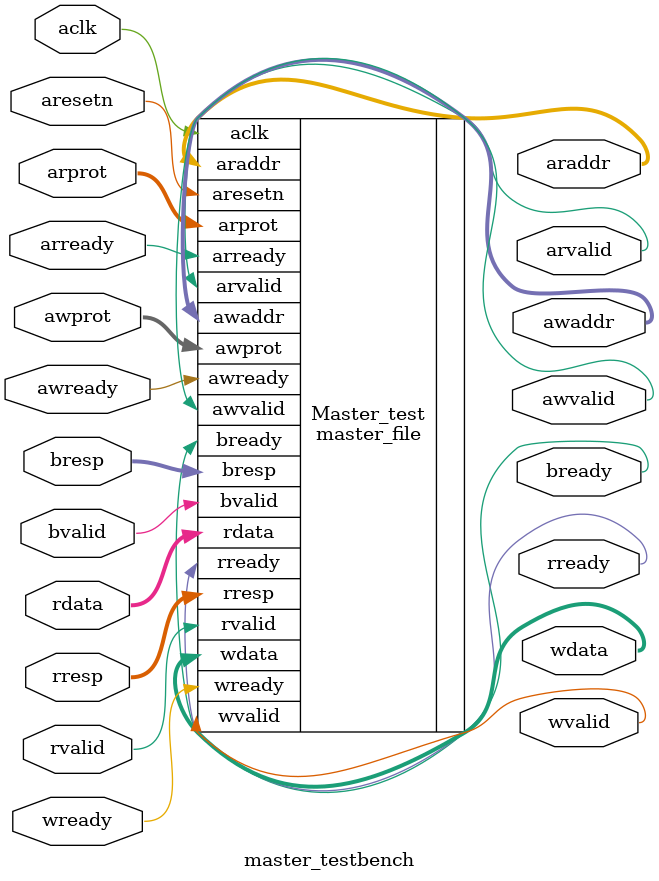
<source format=v>
`timescale 1ns / 1ps

module master_testbench #

(		parameter integer C_M_AXI_DATA_WIDTH	= 32,
		parameter integer C_M_AXI_ADDR_WIDTH	= 4

)
(
input wire aclk,
input wire aresetn,
// Çàïèñü àäðåñà (issued by master, acceped by Slave)
output wire [C_M_AXI_ADDR_WIDTH-1 : 0] awaddr,
input wire [2 : 0] awprot,
output wire awvalid,
input wire awready,
//Çàïèñü äàííûõ
output wire [C_M_AXI_DATA_WIDTH-1 : 0] wdata,
output wire wvalid,
input wire wready,
//Îòêëèê çàïèñè äàííûõ
input wire [1 : 0] bresp,
input wire bvalid,
output wire bready,
//×òåíèå àäðåñà
output wire [C_M_AXI_ADDR_WIDTH-1 : 0] araddr,
input wire [2 : 0] arprot,
output wire arvalid,
input wire arready,
//×òåíèå äàííûõ
input wire [C_M_AXI_DATA_WIDTH-1 : 0] rdata,
input wire [1 : 0] rresp,
input wire rvalid,
output wire rready
);

master_file #(
	.C_M_AXI_DATA_WIDTH(C_M_AXI_DATA_WIDTH),
	.C_M_AXI_ADDR_WIDTH(C_M_AXI_ADDR_WIDTH)
	) Master_test
	(
    .aclk(aclk), 
    .aresetn(aresetn), 
    .awaddr(awaddr),
    .awvalid(awvalid),
    .awprot(awprot),
    .awready(awready),
    .wdata(wdata),
    .wvalid(wvalid),
    .wready(wready),
    .bresp(bresp),
    .bvalid(bvalid),
    .bready(bready),
    .araddr(araddr),
    .arprot(arprot),
    .arvalid(arvalid),
    .arready(arready),
    .rdata(rdata),
    .rresp(rresp),
    .rvalid(rvalid),
    .rready(rready)
    );                   
endmodule
</source>
